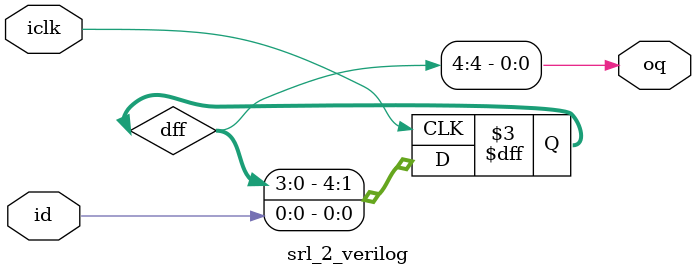
<source format=v>
`timescale 1ns / 1ps

module srl_2_verilog(
    input id,
    input iclk,
    output oq
    );
     
	 reg [4:0] dff = 5'b00000;
    always @(posedge iclk) begin
    	dff <= {dff[3:0], id};
    end
    
    assign oq = dff[4];
    
endmodule

</source>
